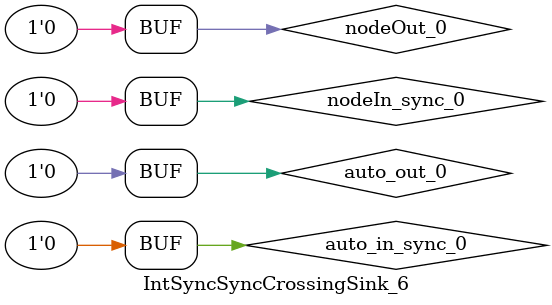
<source format=sv>
`ifndef RANDOMIZE
  `ifdef RANDOMIZE_MEM_INIT
    `define RANDOMIZE
  `endif // RANDOMIZE_MEM_INIT
`endif // not def RANDOMIZE
`ifndef RANDOMIZE
  `ifdef RANDOMIZE_REG_INIT
    `define RANDOMIZE
  `endif // RANDOMIZE_REG_INIT
`endif // not def RANDOMIZE

`ifndef RANDOM
  `define RANDOM $random
`endif // not def RANDOM

// Users can define INIT_RANDOM as general code that gets injected into the
// initializer block for modules with registers.
`ifndef INIT_RANDOM
  `define INIT_RANDOM
`endif // not def INIT_RANDOM

// If using random initialization, you can also define RANDOMIZE_DELAY to
// customize the delay used, otherwise 0.002 is used.
`ifndef RANDOMIZE_DELAY
  `define RANDOMIZE_DELAY 0.002
`endif // not def RANDOMIZE_DELAY

// Define INIT_RANDOM_PROLOG_ for use in our modules below.
`ifndef INIT_RANDOM_PROLOG_
  `ifdef RANDOMIZE
    `ifdef VERILATOR
      `define INIT_RANDOM_PROLOG_ `INIT_RANDOM
    `else  // VERILATOR
      `define INIT_RANDOM_PROLOG_ `INIT_RANDOM #`RANDOMIZE_DELAY begin end
    `endif // VERILATOR
  `else  // RANDOMIZE
    `define INIT_RANDOM_PROLOG_
  `endif // RANDOMIZE
`endif // not def INIT_RANDOM_PROLOG_

// Include register initializers in init blocks unless synthesis is set
`ifndef SYNTHESIS
  `ifndef ENABLE_INITIAL_REG_
    `define ENABLE_INITIAL_REG_
  `endif // not def ENABLE_INITIAL_REG_
`endif // not def SYNTHESIS

// Include rmemory initializers in init blocks unless synthesis is set
`ifndef SYNTHESIS
  `ifndef ENABLE_INITIAL_MEM_
    `define ENABLE_INITIAL_MEM_
  `endif // not def ENABLE_INITIAL_MEM_
`endif // not def SYNTHESIS

// Standard header to adapt well known macros for prints and assertions.

// Users can define 'PRINTF_COND' to add an extra gate to prints.
`ifndef PRINTF_COND_
  `ifdef PRINTF_COND
    `define PRINTF_COND_ (`PRINTF_COND)
  `else  // PRINTF_COND
    `define PRINTF_COND_ 1
  `endif // PRINTF_COND
`endif // not def PRINTF_COND_

// Users can define 'ASSERT_VERBOSE_COND' to add an extra gate to assert error printing.
`ifndef ASSERT_VERBOSE_COND_
  `ifdef ASSERT_VERBOSE_COND
    `define ASSERT_VERBOSE_COND_ (`ASSERT_VERBOSE_COND)
  `else  // ASSERT_VERBOSE_COND
    `define ASSERT_VERBOSE_COND_ 1
  `endif // ASSERT_VERBOSE_COND
`endif // not def ASSERT_VERBOSE_COND_

// Users can define 'STOP_COND' to add an extra gate to stop conditions.
`ifndef STOP_COND_
  `ifdef STOP_COND
    `define STOP_COND_ (`STOP_COND)
  `else  // STOP_COND
    `define STOP_COND_ 1
  `endif // STOP_COND
`endif // not def STOP_COND_

module IntSyncSyncCrossingSink_6();
  wire auto_in_sync_0 = 1'h0;	// src/main/scala/diplomacy/LazyModule.scala:374:18, src/main/scala/diplomacy/Nodes.scala:1205:17, :1214:17
  wire auto_out_0 = 1'h0;	// src/main/scala/diplomacy/LazyModule.scala:374:18, src/main/scala/diplomacy/Nodes.scala:1205:17, :1214:17
  wire nodeIn_sync_0 = 1'h0;	// src/main/scala/diplomacy/LazyModule.scala:374:18, src/main/scala/diplomacy/Nodes.scala:1205:17, :1214:17
  wire nodeOut_0 = 1'h0;	// src/main/scala/diplomacy/LazyModule.scala:374:18, src/main/scala/diplomacy/Nodes.scala:1205:17, :1214:17
endmodule


</source>
